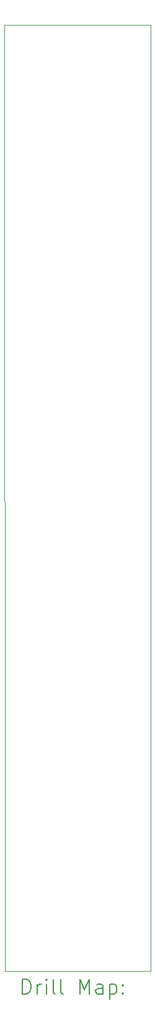
<source format=gbr>
%TF.GenerationSoftware,KiCad,Pcbnew,6.0.10+dfsg-1~bpo11+1*%
%TF.CreationDate,2023-02-01T15:05:14+08:00*%
%TF.ProjectId,MiniVerb - Front,4d696e69-5665-4726-9220-2d2046726f6e,rev?*%
%TF.SameCoordinates,Original*%
%TF.FileFunction,Drillmap*%
%TF.FilePolarity,Positive*%
%FSLAX45Y45*%
G04 Gerber Fmt 4.5, Leading zero omitted, Abs format (unit mm)*
G04 Created by KiCad (PCBNEW 6.0.10+dfsg-1~bpo11+1) date 2023-02-01 15:05:14*
%MOMM*%
%LPD*%
G01*
G04 APERTURE LIST*
%ADD10C,0.100000*%
%ADD11C,0.200000*%
G04 APERTURE END LIST*
D10*
X11706000Y-5001000D02*
X9706000Y-5001000D01*
X11711000Y-17851000D02*
X11706000Y-5001000D01*
X9706000Y-5001000D02*
X9716000Y-17851000D01*
X9716000Y-17851000D02*
X11711000Y-17851000D01*
D11*
X9958619Y-18166476D02*
X9958619Y-17966476D01*
X10006238Y-17966476D01*
X10034810Y-17976000D01*
X10053857Y-17995048D01*
X10063381Y-18014095D01*
X10072905Y-18052190D01*
X10072905Y-18080762D01*
X10063381Y-18118857D01*
X10053857Y-18137905D01*
X10034810Y-18156952D01*
X10006238Y-18166476D01*
X9958619Y-18166476D01*
X10158619Y-18166476D02*
X10158619Y-18033143D01*
X10158619Y-18071238D02*
X10168143Y-18052190D01*
X10177667Y-18042667D01*
X10196714Y-18033143D01*
X10215762Y-18033143D01*
X10282429Y-18166476D02*
X10282429Y-18033143D01*
X10282429Y-17966476D02*
X10272905Y-17976000D01*
X10282429Y-17985524D01*
X10291952Y-17976000D01*
X10282429Y-17966476D01*
X10282429Y-17985524D01*
X10406238Y-18166476D02*
X10387190Y-18156952D01*
X10377667Y-18137905D01*
X10377667Y-17966476D01*
X10511000Y-18166476D02*
X10491952Y-18156952D01*
X10482429Y-18137905D01*
X10482429Y-17966476D01*
X10739571Y-18166476D02*
X10739571Y-17966476D01*
X10806238Y-18109333D01*
X10872905Y-17966476D01*
X10872905Y-18166476D01*
X11053857Y-18166476D02*
X11053857Y-18061714D01*
X11044333Y-18042667D01*
X11025286Y-18033143D01*
X10987190Y-18033143D01*
X10968143Y-18042667D01*
X11053857Y-18156952D02*
X11034810Y-18166476D01*
X10987190Y-18166476D01*
X10968143Y-18156952D01*
X10958619Y-18137905D01*
X10958619Y-18118857D01*
X10968143Y-18099810D01*
X10987190Y-18090286D01*
X11034810Y-18090286D01*
X11053857Y-18080762D01*
X11149095Y-18033143D02*
X11149095Y-18233143D01*
X11149095Y-18042667D02*
X11168143Y-18033143D01*
X11206238Y-18033143D01*
X11225286Y-18042667D01*
X11234809Y-18052190D01*
X11244333Y-18071238D01*
X11244333Y-18128381D01*
X11234809Y-18147429D01*
X11225286Y-18156952D01*
X11206238Y-18166476D01*
X11168143Y-18166476D01*
X11149095Y-18156952D01*
X11330048Y-18147429D02*
X11339571Y-18156952D01*
X11330048Y-18166476D01*
X11320524Y-18156952D01*
X11330048Y-18147429D01*
X11330048Y-18166476D01*
X11330048Y-18042667D02*
X11339571Y-18052190D01*
X11330048Y-18061714D01*
X11320524Y-18052190D01*
X11330048Y-18042667D01*
X11330048Y-18061714D01*
M02*

</source>
